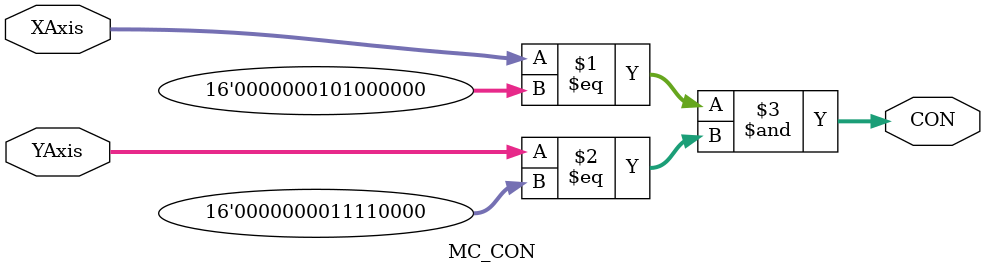
<source format=v>
`timescale 1ns / 1ps
module MC_CON(XAxis, YAxis, CON);

input [15:0]XAxis;
input [15:0]YAxis;

output [15:0]CON;

assign CON = ((XAxis==320) & (YAxis==240));


endmodule

</source>
